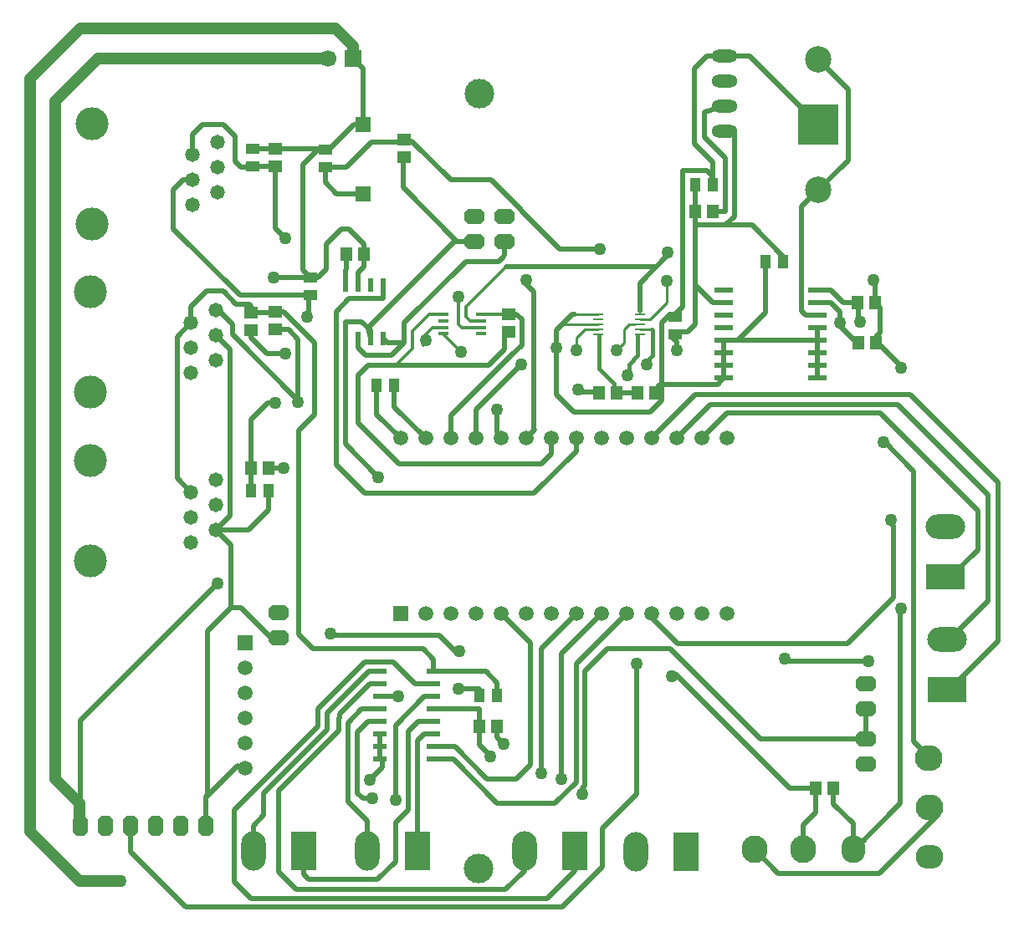
<source format=gtl>
%FSTAX25Y25*%
%MOIN*%
%SFA1B1*%

%IPPOS*%
%AMD65*
4,1,8,-0.025000,-0.030000,0.025000,-0.030000,0.040000,-0.015000,0.040000,0.015000,0.025000,0.030000,-0.025000,0.030000,-0.040000,0.015000,-0.040000,-0.015000,-0.025000,-0.030000,0.0*
%
%AMD68*
4,1,8,0.030000,-0.025000,0.030000,0.025000,0.015000,0.040000,-0.015000,0.040000,-0.030000,0.025000,-0.030000,-0.025000,-0.015000,-0.040000,0.015000,-0.040000,0.030000,-0.025000,0.0*
%
%ADD18R,0.074000X0.021000*%
%ADD19R,0.044000X0.057000*%
%ADD20R,0.047240X0.055120*%
%ADD21R,0.159840X0.159840*%
%ADD22R,0.041500X0.014000*%
%ADD23R,0.057000X0.044000*%
%ADD24R,0.055120X0.047240*%
%ADD25R,0.022000X0.057500*%
%ADD26O,0.045280X0.009840*%
%ADD27R,0.057500X0.022000*%
%ADD28R,0.062990X0.062990*%
%ADD50C,0.058000*%
%ADD55C,0.047240*%
%ADD56C,0.013780*%
%ADD57C,0.015750*%
%ADD58C,0.009840*%
%ADD59C,0.019680*%
%ADD60C,0.118110*%
%ADD61O,0.102990X0.051500*%
%ADD62O,0.110240X0.102360*%
%ADD63O,0.110240X0.094490*%
%ADD64C,0.105120*%
G04~CAMADD=65~4~0.0~0.0~800.0~600.0~0.0~150.0~0~0.0~0.0~0.0~0.0~0~0.0~0.0~0.0~0.0~0~0.0~0.0~0.0~180.0~800.0~600.0*
%ADD65D65*%
%ADD66R,0.157480X0.098430*%
%ADD67O,0.157480X0.098430*%
G04~CAMADD=68~4~0.0~0.0~800.0~600.0~0.0~150.0~0~0.0~0.0~0.0~0.0~0~0.0~0.0~0.0~0.0~0~0.0~0.0~0.0~270.0~600.0~800.0*
%ADD68D68*%
%ADD69O,0.098430X0.157480*%
%ADD70R,0.098430X0.157480*%
%ADD71O,0.102360X0.110240*%
%ADD72O,0.094490X0.110240*%
%ADD73R,0.066930X0.066930*%
%ADD74C,0.066930*%
%ADD75C,0.131000*%
%ADD76C,0.059060*%
%ADD77R,0.059060X0.059060*%
%ADD78R,0.059060X0.059060*%
%ADD79C,0.059060*%
%ADD80C,0.050000*%
%LNmulti-sensor_datalogger-1*%
%LPD*%
G54D18*
X028385Y0257D03*
Y0252D03*
Y0247D03*
Y0242D03*
Y0237D03*
Y0232D03*
Y0227D03*
Y0222D03*
X032115D03*
Y0227D03*
Y0232D03*
Y0237D03*
Y0242D03*
Y0247D03*
Y0252D03*
Y0257D03*
G54D19*
X030755Y02685D03*
X030045D03*
X027245Y0299D03*
X027955D03*
X010255Y0177D03*
X009545D03*
X014545Y0219D03*
X015255D03*
X019355Y00955D03*
X018645D03*
G54D20*
X0344043Y0252D03*
X0336957D03*
X0327543Y00585D03*
X0320457D03*
X0344543Y0236D03*
X0337457D03*
X0279543Y02885D03*
X0272457D03*
X0233957Y0216D03*
X0241043D03*
X0249457D03*
X0256543D03*
X0140543Y02715D03*
X0133457D03*
X0102543Y0186D03*
X0095457D03*
X0186457Y0083D03*
X0193543D03*
G54D21*
X03215Y0323D03*
G54D22*
X0171925Y0247339D03*
Y024478D03*
Y024222D03*
Y0239661D03*
X0187075D03*
Y024222D03*
Y024478D03*
Y0247339D03*
G54D23*
X0119Y026205D03*
Y025495D03*
X0125Y030595D03*
Y031305D03*
X02645Y023945D03*
Y024655D03*
X0096Y030645D03*
Y031355D03*
G54D24*
X00955Y0248043D03*
Y0240957D03*
X0105Y0248543D03*
Y0241457D03*
X0198Y0247543D03*
Y0240457D03*
X0105Y0306457D03*
Y0313543D03*
X01565Y0309957D03*
Y0317043D03*
G54D25*
X0148Y0259225D03*
X0143D03*
X0138D03*
X0133D03*
Y0237775D03*
X0138D03*
X0143D03*
X0148D03*
G54D26*
X0250366Y0247437D03*
Y0245469D03*
Y02435D03*
Y0241532D03*
Y0239563D03*
X0233634D03*
Y0241532D03*
Y02435D03*
Y0245469D03*
Y0247437D03*
G54D27*
X0168225Y0105D03*
Y01D03*
Y0095D03*
Y009D03*
Y0085D03*
Y008D03*
Y0075D03*
Y007D03*
X0146775D03*
Y0075D03*
Y008D03*
Y0085D03*
Y009D03*
Y0095D03*
Y01D03*
Y0105D03*
G54D28*
X014Y0295484D03*
Y0323043D03*
G54D50*
X0072Y0291D03*
X0082Y0296D03*
X0072Y0301D03*
X0082Y0306D03*
X0072Y0311D03*
X0082Y0316D03*
X00715Y0224D03*
X00815Y0229D03*
X00715Y0234D03*
X00815Y0239D03*
X00715Y0244D03*
X00815Y0249D03*
X00715Y01565D03*
X00815Y01615D03*
X00715Y01665D03*
X00815Y01715D03*
X00715Y01765D03*
X00815Y01815D03*
G54D55*
X00175Y03325D02*
X00345Y03495D01*
X00175Y0062D02*
Y03325D01*
Y0062D02*
X0027Y00525D01*
Y00215D02*
X00435D01*
X0129Y03615D02*
X0136Y03545D01*
Y03495D02*
Y03545D01*
X00275Y03615D02*
X0129D01*
X00345Y03495D02*
X0126D01*
X00075Y0041D02*
X0027Y00215D01*
X00075Y0041D02*
Y03415D01*
X00275Y03615*
X0027Y0046D02*
Y00525D01*
G54D56*
X0182875Y0244625D02*
X01855D01*
X0181Y02465D02*
X0182875Y0244625D01*
X0181Y02505D02*
X0197059Y0266559D01*
X0181Y02465D02*
Y02505D01*
X0171925Y0239575D02*
X0179Y02325D01*
X0171925Y0239575D02*
Y0239661D01*
X0164Y0235D02*
Y02385D01*
X016772Y024222*
X0171925*
X0159748Y0233748D02*
Y0240748D01*
X0154Y0228D02*
X0159748Y0233748D01*
Y0240748D02*
X0166339Y0247339D01*
X0171925*
X0178Y02435D02*
X017928Y024222D01*
X0178Y02435D02*
Y02544D01*
X017928Y024222D02*
X0187075D01*
Y0247339D02*
X0197795D01*
G54D57*
X025325Y022625D02*
Y0229D01*
X02555Y023125*
Y0241*
X02495Y0231D02*
Y0239D01*
X0246Y02275D02*
X02495Y0231D01*
X0254968Y0241532D02*
X02555Y0241D01*
X024Y02175D02*
Y0219624D01*
X0234Y0225624D02*
X024Y0219624D01*
X0234Y0225624D02*
Y0238866D01*
X0246Y0222D02*
Y02275D01*
G54D58*
X0244Y02415D02*
X0246Y02435D01*
X0244Y0236D02*
Y02415D01*
X0246Y02435D02*
X02485D01*
X022D02*
X0233634D01*
X02245Y0247437D02*
X0233634D01*
X0225Y0238D02*
X0228532Y0241532D01*
X0225Y0233D02*
Y0238D01*
X0228532Y0241532D02*
X0233634D01*
X0261Y0252D02*
Y02609D01*
X0250366Y0245469D02*
X0254469D01*
X0261Y0252*
X0233634Y0238866D02*
Y0239563D01*
X0241Y0233D02*
X0244Y0236D01*
X0250366Y0241532D02*
X0254968D01*
G54D59*
X022348Y0247437D02*
X02245D01*
X0217Y0240957D02*
X022348Y0247437D01*
X0255Y0126511D02*
X0265511Y0116D01*
X0255Y0126511D02*
Y0128D01*
X01935Y02005D02*
Y02095D01*
Y02005D02*
X01955Y01985D01*
X0195Y0198D02*
X01955Y01985D01*
X0185Y02095D02*
X0203Y02275D01*
X0185Y0198D02*
Y02095D01*
X0205Y02595D02*
X0208Y02565D01*
Y0256D02*
Y02565D01*
Y0256D02*
X0208059Y0255941D01*
Y0201941D02*
Y0255941D01*
X0205Y0261D02*
X0206Y026D01*
X0195602Y0270102D02*
X01965Y0271D01*
X0195591Y0270102D02*
X0195602D01*
X0193989Y02685D02*
X0195591Y0270102D01*
X0197059Y0266559D02*
X0255941D01*
X02565Y0266*
X0208059Y0201941D02*
X02085Y02015D01*
X0205Y0198D02*
X02085Y02015D01*
X02185Y02735D02*
X02345D01*
X0203059Y0288941D02*
X02185Y02735D01*
X0203059Y0288941D02*
Y028906D01*
X0191119Y0301D02*
X0203059Y028906D01*
X0175Y0301D02*
X0191119D01*
X00475Y0033D02*
Y00435D01*
Y0033D02*
X00695Y0011D01*
X0093989*
X009404Y0010949*
X0219449*
X02355Y0027*
Y00425*
X0249Y0056*
Y0108*
X0265511Y0116D02*
X0333D01*
X02625Y0114D02*
X02985Y0078D01*
X02375Y0114D02*
X02625D01*
X0228543Y0105043D02*
X02375Y0114D01*
X00888Y00212D02*
Y00498D01*
X0122Y0083*
X013055Y0081528D02*
Y0086311D01*
X0125712Y0081701D02*
Y0088288D01*
X01005Y0056489D02*
X0125712Y0081701D01*
X01065Y0057478D02*
X013055Y0081528D01*
X01065Y0025057D02*
Y0057478D01*
X01005Y0047654D02*
Y0056489D01*
X0122Y0083D02*
Y009D01*
X0140659Y0108659*
X0125712Y0088288D02*
X0142423Y0105D01*
X0096346Y003361D02*
Y00435D01*
X01005Y0047654*
X01308Y00882D02*
X01426Y01D01*
X01308Y0086561D02*
Y00882D01*
X013055Y0086311D02*
X01308Y0086561D01*
X0078Y00555D02*
X009Y00675D01*
X00775Y0055D02*
X0078Y00555D01*
Y0121*
X00775Y00435D02*
Y0055D01*
X00875Y01305D02*
X00915D01*
X01035Y01185*
X01065*
X0078Y0121D02*
X00875Y01305D01*
X0140659Y0108659D02*
X0151941D01*
X0142423Y0105D02*
X0146775D01*
X01426Y01D02*
X0146775D01*
X01395Y009D02*
X0146775D01*
X0134093Y0084593D02*
X01395Y009D01*
X0134093Y0053097D02*
Y0084593D01*
X0153Y00447D02*
X01581Y00498D01*
X0153Y00291D02*
Y00447D01*
X01459Y0022D02*
X0153Y00291D01*
X01065Y0025057D02*
X0113521Y0018035D01*
X0116346Y0024154D02*
Y003361D01*
Y0024154D02*
X01185Y0022D01*
X01459*
X0168225Y0105D02*
Y0109775D01*
X0189Y0105D02*
X019355Y010045D01*
X0168225Y0105D02*
X0189D01*
X02082Y0176D02*
X0225Y01928D01*
X01408Y0176D02*
X02082D01*
X01293Y01875D02*
X01408Y0176D01*
X0344543Y0236D02*
X0345195D01*
X0228543Y0059478D02*
Y0105043D01*
X02275Y0058434D02*
X0228543Y0059478D01*
X02275Y0056D02*
Y0058434D01*
X0210989Y0064416D02*
Y0113989D01*
X02191Y00622D02*
Y01121D01*
X0225Y0108D02*
X0245Y0128D01*
X0225Y0060945D02*
Y0108D01*
X01935Y00525D02*
X0216555D01*
X0206614Y00679D02*
Y0116386D01*
X0200929Y0062215D02*
X0206614Y00679D01*
X0193543Y0078757D02*
X01962Y00761D01*
X0216555Y00525D02*
X0225Y0060945D01*
X01895Y0062215D02*
X0200929D01*
X0176715Y0075D02*
X01895Y0062215D01*
X02191Y01121D02*
X0235Y0128D01*
X0210989Y0113989D02*
X0225Y0128D01*
X0186457Y0075686D02*
X0191643Y00705D01*
X0176Y007D02*
X01935Y00525D01*
X0336957Y0252D02*
X03375Y0251457D01*
Y02445D02*
Y0251457D01*
Y02445D02*
X0338D01*
X0346Y024D02*
Y0250043D01*
X0344543Y0238543D02*
X0346Y024D01*
X0344543Y0236D02*
Y0238543D01*
X0344043Y0252D02*
X0346Y0250043D01*
X03165Y0247D02*
X032115D01*
X03148Y02487D02*
X03165Y0247D01*
X03148Y02487D02*
Y0290296D01*
X0272457Y0259D02*
Y02831D01*
Y0243457D02*
Y0259D01*
X0279457Y0252*
X028385*
X00845Y0323D02*
X0089Y03185D01*
Y03085D02*
Y03185D01*
Y03085D02*
X00915Y0306D01*
X0076Y0323D02*
X00845D01*
X0072Y0319D02*
X0076Y0323D01*
X0072Y0311D02*
Y0319D01*
X00685Y0301D02*
X0072D01*
X00645Y0297D02*
X00685Y0301D01*
X00645Y02815D02*
Y0297D01*
Y02815D02*
X009105Y025495D01*
X0094793Y0251407D02*
X00955Y02507D01*
X0089582Y0251407D02*
X0094793D01*
X0084289Y02567D02*
X0089582Y0251407D01*
X00777Y02567D02*
X0084289D01*
X009105Y025495D02*
X01184D01*
X0102Y0212D02*
X0105D01*
X0095457Y0205457D02*
X0102Y0212D01*
X0095457Y0186D02*
Y0205457D01*
X0102543Y0186D02*
X01085D01*
X009305Y0306D02*
X00935Y030645D01*
X0088Y02393D02*
X011455Y021275D01*
X0083Y02485D02*
X0088Y02435D01*
Y02393D02*
Y02435D01*
X01045Y0248043D02*
X0105Y0248543D01*
X00955Y0248043D02*
X01045D01*
X01595Y03165D02*
X0175Y0301D01*
X01585Y03165D02*
X01595D01*
X0129516Y0295484D02*
X014D01*
X0125Y03D02*
X0129516Y0295484D01*
X0125Y03D02*
Y030595D01*
X0181Y02685D02*
X0193989D01*
X01565Y0244D02*
X0181Y02685D01*
X01565Y0236D02*
Y0244D01*
X01564Y0316D02*
X01579Y03175D01*
X01435Y0316D02*
X01564D01*
X013345Y030595D02*
X01435Y0316D01*
X0156Y0298D02*
Y0308D01*
Y0298D02*
X01775Y02765D01*
X0136Y03495D02*
X014Y03455D01*
Y0323043D02*
Y03455D01*
X0136543Y0323043D02*
X014D01*
X012655Y031305D02*
X0136543Y0323043D01*
X0125Y031305D02*
X012655D01*
X01645Y0095D02*
X0168225D01*
X0153Y00835D02*
X01645Y0095D01*
X0162Y0085D02*
X0168225D01*
X01581Y00811D02*
X0162Y0085D01*
X01142Y02124D02*
Y0237557D01*
X0142Y0227D02*
X0189923D01*
X0138Y0223D02*
X0142Y0227D01*
X0189923D02*
X0196461Y0233539D01*
X0175Y0207066D02*
X0198977Y0231043D01*
X01515Y0231D02*
X01565Y0236D01*
X0141Y0231D02*
X01515D01*
X0138Y0234D02*
X0141Y0231D01*
X0217Y02155D02*
Y0234173D01*
Y0240957*
X0199145Y0231043D02*
X0203315Y0235213D01*
X0198977Y0231043D02*
X0199145D01*
X0196461Y0233539D02*
Y0239062D01*
X0197856Y0240457*
X0203315Y0235213D02*
Y02454D01*
X0105Y02819D02*
X0109Y02779D01*
X0105Y02819D02*
Y0306457D01*
X0116Y0307043D02*
X01225Y0313543D01*
X0124507D02*
X0125Y031305D01*
X0105Y0313543D02*
X0124507D01*
X0116Y026505D02*
Y0307043D01*
Y026505D02*
X0119Y026205D01*
X0138Y0204237D02*
Y0223D01*
Y0204237D02*
X01545Y0187737D01*
X03263Y0252D02*
X033Y02483D01*
Y02427D02*
X03367Y0236D01*
X02615Y0271D02*
Y0272D01*
X0250366Y0259866D02*
X02615Y0271D01*
X026255Y024755D02*
X02645D01*
X026325Y02382D02*
X0265Y023645D01*
X026325Y02382D02*
X02655Y024045D01*
X026945*
X0265Y0233D02*
Y023645D01*
X026945Y024045D02*
X0272457Y0243457D01*
X02674Y025045D02*
Y03048D01*
X02645Y024755D02*
X02674Y025045D01*
X03367Y0236D02*
X0337457D01*
X0250366Y0248636D02*
Y0259866D01*
X0197795Y0247339D02*
X0198Y0247543D01*
X0138Y0234D02*
Y0237775D01*
X0149775Y0236D02*
X01565D01*
X0148Y0237775D02*
X0149775Y0236D01*
X01965Y0271D02*
Y02765D01*
X030755Y02685D02*
Y02705D01*
X029495Y02831D02*
X030755Y02705D01*
X02845Y02831D02*
X029495D01*
X0333409Y0308905D02*
Y0337095D01*
X0344Y0251957D02*
Y02595D01*
X0288Y02866D02*
Y03205D01*
X0344Y0251957D02*
X0344043Y0252D01*
X0175Y0198D02*
Y0207066D01*
X0176439Y02765D02*
X01845D01*
X0176439D02*
X01775D01*
X01184Y02474D02*
Y025495D01*
X0119*
X014197Y024203D02*
X0143Y0241D01*
X01395Y02445D02*
X014197Y024203D01*
X027955Y030225D02*
Y0307973D01*
Y0299D02*
Y030225D01*
X01782Y0098D02*
X018645D01*
X01479Y00667D02*
Y007D01*
X0108357Y0248543D02*
X01208Y02361D01*
X0105Y0248543D02*
X0108357D01*
X0066Y02385D02*
X00715Y0244D01*
X0066Y0182D02*
Y02385D01*
Y0182D02*
X00715Y01765D01*
X014197Y024203D02*
X0176439Y02765D01*
X014197Y024203D02*
X0143Y0237775D01*
X0198Y0247543D02*
X0201172D01*
X0203315Y02454*
X0279543Y02885D02*
X02844D01*
Y03098*
X02762Y0318D02*
X02844Y03098D01*
X02762Y0318D02*
Y0328D01*
X0284Y03305*
X018645Y00955D02*
Y0098D01*
X015255Y021045D02*
Y0219D01*
Y021045D02*
X0165Y0198D01*
X0277023Y03505D02*
X0284D01*
X0272023Y03455D02*
X0277023Y03505D01*
X0272023Y03155D02*
Y03455D01*
Y03155D02*
X027955Y0307973D01*
X0146775Y0095D02*
X0154D01*
X0193543Y0078757D02*
Y0083D01*
X0148Y02537D02*
Y0259225D01*
X01345Y02537D02*
X0148D01*
X01293Y02485D02*
X01345Y02537D01*
X01293Y01875D02*
Y02485D01*
X0225Y01928D02*
Y0198D01*
X0215Y01917D02*
Y0198D01*
X0211037Y0187737D02*
X0215Y01917D01*
X01545Y0187737D02*
X0211037D01*
X0197856Y0240457D02*
X0198D01*
X0105Y0241457D02*
X01103D01*
X01142Y0237557*
X0153Y00537D02*
Y00835D01*
X0224346Y00255D02*
Y003361D01*
X0213338Y0014492D02*
X0224346Y00255D01*
X0095508Y0014492D02*
X0213338D01*
X00888Y00212D02*
X0095508Y0014492D01*
X0151941Y0108659D02*
X01606Y01D01*
X0168225*
X0161846Y003361D02*
Y0077446D01*
X01644Y008*
X0168225*
X0204346Y00255D02*
Y003361D01*
X0196882Y0018035D02*
X0204346Y00255D01*
X0113521Y0018035D02*
X0196882D01*
X0133Y01957D02*
Y0237775D01*
Y01957D02*
X01461Y01826D01*
X0272457Y02831D02*
Y02885D01*
Y02831D02*
X02845D01*
X0288Y02866*
X0284Y03205D02*
X0288D01*
X030045Y024795D02*
Y02685D01*
X02895Y0237D02*
X030045Y024795D01*
X028385Y0237D02*
X02895D01*
X03215Y0296996D02*
X0333409Y0308905D01*
X03215Y0349004D02*
X0333409Y0337095D01*
X0141846Y003361D02*
Y0045344D01*
X0134093Y0053097D02*
X0141846Y0045344D01*
X01429Y00617D02*
X01479Y00667D01*
X0146775Y007D02*
X01479D01*
X01401Y00543D02*
X01437D01*
X01378Y00566D02*
X01401Y00543D01*
X01378Y00566D02*
Y00808D01*
X0142Y0085*
X0146775*
X01581Y00498D02*
Y00811D01*
X0168225Y0075D02*
X0176715D01*
X0195Y0128D02*
X0206614Y0116386D01*
X0186457Y0075686D02*
Y0083D01*
X0168225Y007D02*
X0176D01*
X032115Y0252D02*
X03263D01*
X0148Y0236D02*
Y0237775D01*
X00955Y0238D02*
Y0240957D01*
Y0238D02*
X01017Y02318D01*
X01091*
X01176Y02466D02*
X01184Y02474D01*
X010455Y026205D02*
X0119D01*
X0168225Y009D02*
X0186457D01*
Y0083D02*
Y009D01*
X0119Y026205D02*
X0122D01*
X01253Y026535*
Y02755*
X01313Y02815*
X0134543*
X0140543Y02755*
Y02715D02*
Y02755D01*
X0125Y030595D02*
X013345D01*
X0277Y03048D02*
X027955Y030225D01*
X02674Y03048D02*
X0277D01*
X019355Y00955D02*
Y010045D01*
X014545Y020755D02*
Y0219D01*
Y020755D02*
X0155Y0198D01*
X0143Y0237775D02*
Y0241D01*
X0133Y02445D02*
X01395D01*
X0133Y0237775D02*
Y02445D01*
X014Y0295484D02*
X0140016Y02955D01*
X010255Y016955D02*
Y0177D01*
X00945Y01615D02*
X010255Y016955D01*
X00815Y01615D02*
X00945D01*
X0284Y03505D02*
X0294D01*
X03215Y0323*
X00815Y01615D02*
X0087Y0167D01*
Y02335*
X00815Y0239D02*
X0087Y02335D01*
X0327543Y0052057D02*
Y00585D01*
Y0052057D02*
X0335264Y0044336D01*
X00715Y0244D02*
Y02505D01*
X00777Y02567*
X00955Y0248043D02*
Y02507D01*
X03148Y0290296D02*
X03215Y0296996D01*
X027245Y0293707D02*
Y0299D01*
Y0293707D02*
X0272457Y02937D01*
Y02885D02*
Y02937D01*
X0095457Y0181407D02*
Y0186D01*
X009545Y01814D02*
X0095457Y0181407D01*
X009545Y0177D02*
Y01814D01*
X0146775Y007D02*
Y0075D01*
Y008*
X0099207Y0313543D02*
X0105D01*
X00992Y031355D02*
X0099207Y0313543D01*
X0096Y031355D02*
X00992D01*
X0140543Y0266543D02*
Y02715D01*
X0138Y0264D02*
X0140543Y0266543D01*
X0138Y0259225D02*
Y0264D01*
X032115Y0237D02*
Y0242D01*
Y0232D02*
Y0237D01*
Y0222D02*
Y0227D01*
Y0232*
X02895Y0237D02*
X032115D01*
X028385Y0232D02*
Y0237D01*
Y0227D02*
Y0232D01*
X0133457Y0265557D02*
Y02715D01*
X0133Y02651D02*
X0133457Y0265557D01*
X0133Y0259225D02*
Y02651D01*
X00915Y0306D02*
X009305D01*
X0099207Y0306457D02*
X0105D01*
X00992Y030645D02*
X0099207Y0306457D01*
X00935Y030645D02*
X00992D01*
X03315Y0252D02*
X0336957D01*
X03265Y0257D02*
X03315Y0252D01*
X032115Y0257D02*
X03265D01*
X0320457Y0048698D02*
Y00585D01*
X0315559Y00438D02*
X0320457Y0048698D01*
X0315559Y0034083D02*
Y00438D01*
X03405Y0078D02*
Y009D01*
X028385Y0222D02*
Y0227D01*
X0308Y0109D02*
X0342D01*
X033Y02427D02*
Y0244D01*
Y02483*
X0345195Y0236D02*
X03555Y0225695D01*
X0354Y0052319D02*
Y013D01*
X0241043Y0216D02*
X0249957D01*
X0259Y0244D02*
X026255Y024755D01*
X0217Y02155D02*
X0224Y02085D01*
X0227757Y02165D02*
X0231957D01*
X0224Y02085D02*
X02545D01*
X0259Y0213*
Y0244*
X01143Y0201D02*
X01208Y02075D01*
X0164Y0114D02*
X0168225Y0109775D01*
X01208Y02075D02*
Y02361D01*
X02645Y0104D02*
X031Y00585D01*
X0320457*
X02635Y0103D02*
X02645Y0104D01*
X0263Y0103D02*
X02635D01*
X01143Y01197D02*
Y0201D01*
Y01197D02*
X012Y0114D01*
X0164*
X01275Y01195D02*
X01705D01*
X01782Y01118*
X02985Y0078D02*
X03405D01*
X0333Y0116D02*
X03515Y01345D01*
Y0163*
X03495Y0165D02*
X03515Y0163D01*
X0359559Y0076953D02*
X0368984Y0067528D01*
X0345642Y00245D02*
X0369083Y0047941D01*
X0305457Y00245D02*
X0345642D01*
X0295972Y0033984D02*
X0305457Y00245D01*
X0335264Y0033583D02*
Y0034083D01*
Y0044336*
Y0033583D02*
X0354Y0052319D01*
X02575Y02185D02*
X02585Y02195D01*
X028135D02*
X028385Y0222D01*
X02585Y02195D02*
X028135D01*
X0275Y0198D02*
X0285Y0208D01*
X0255Y0198D02*
X02725Y02155D01*
X0358*
X0278543Y0211543D02*
X0352957D01*
X0265Y0198D02*
X0278543Y0211543D01*
X0285Y0208D02*
X0346D01*
X03475Y01965D02*
Y0197D01*
X0359559Y0184941*
Y0076953D02*
Y0184941D01*
X037361Y0097654D02*
X0392941Y0116984D01*
Y0180559*
X0358Y02155D02*
X0392941Y0180559D01*
X037361Y0117654D02*
X0389Y0133043D01*
Y01755*
X0352957Y0211543D02*
X0389Y01755D01*
X0346Y0208D02*
X0385Y0169D01*
Y0153543D02*
Y0169D01*
X037411Y0142654D02*
X0385Y0153543D01*
X00815Y01615D02*
X00875Y01555D01*
Y01305D02*
Y01555D01*
X0226857Y02174D02*
X0227757Y02165D01*
X02257Y02174D02*
X0226857D01*
X00275Y00855D02*
X0082Y014D01*
X00275Y0052D02*
Y00855D01*
X0027Y0046D02*
X00275Y00455D01*
Y00435D02*
Y00455D01*
G54D60*
X01865Y03355D03*
X0186Y00265D03*
G54D61*
X0284Y03505D03*
Y03405D03*
Y03305D03*
Y03205D03*
G54D62*
X0365583Y0050941D03*
X0365484Y0070527D03*
G54D63*
X0365583Y0031236D03*
G54D64*
X03215Y0296996D03*
Y0349004D03*
G54D65*
X01065Y01285D03*
Y01185D03*
X03405Y01D03*
Y009D03*
Y0068D03*
Y0078D03*
X01845Y02865D03*
Y02765D03*
X01965Y02865D03*
Y02765D03*
G54D66*
X037261Y0097654D03*
X037211Y0142654D03*
G54D67*
X037261Y0117654D03*
X037211Y0162654D03*
G54D68*
X00375Y00435D03*
X00275D03*
X00475D03*
X00575D03*
X00675D03*
X00775D03*
G54D69*
X0096346Y003361D03*
X0248846Y003311D03*
X0204346Y003361D03*
X0141846D03*
G54D70*
X0116346Y003361D03*
X0268846Y003311D03*
X0224346Y003361D03*
X0161846D03*
G54D71*
X0295972Y0033984D03*
X0315559Y0034083D03*
G54D72*
X0335264Y0034083D03*
G54D73*
X0136Y03495D03*
G54D74*
X0126Y03495D03*
G54D75*
X0032Y02835D03*
Y03235D03*
X00315Y02165D03*
Y02565D03*
Y0149D03*
Y0189D03*
G54D76*
X0285Y0198D03*
X0275D03*
X0265D03*
X0255D03*
X0245D03*
X0235D03*
X0225D03*
X0215D03*
X0205D03*
X0195D03*
X0185D03*
X0175D03*
X0165D03*
X0285Y0128D03*
X0275D03*
X0265D03*
X0255D03*
X0245D03*
X0235D03*
X0225D03*
X0215D03*
X0205D03*
X0195D03*
X0185D03*
X0175D03*
X0165D03*
X0155Y0198D03*
G54D77*
X0155Y0128D03*
G54D78*
X0093Y01165D03*
G54D79*
X0093Y01065D03*
Y00965D03*
Y00865D03*
Y00765D03*
Y00665D03*
G54D80*
X01935Y02095D03*
X0205Y0261D03*
X02345Y02735D03*
X0249Y0108D03*
X02275Y0056D03*
X01906Y00712D03*
X0210989Y0064416D03*
X02191Y00622D03*
X01962Y00761D03*
X0338Y02445D03*
X033Y0244D03*
X01085Y0186D03*
X0105Y0212D03*
X0217Y0234173D03*
X0179Y02325D03*
X0203Y02275D03*
X0109Y02779D03*
X0165Y0237D03*
X0225Y0233D03*
X0261Y02609D03*
X02615Y0272D03*
X0178Y02544D03*
X0265Y0233D03*
X03435Y0261D03*
X01782Y0098D03*
X0154Y0095D03*
X01142Y02124D03*
X02257Y02174D03*
X0153Y00537D03*
X01461Y01826D03*
X01429Y00617D03*
X01437Y00543D03*
X01091Y02318D03*
X01176Y02466D03*
X010455Y026205D03*
X0308Y011D03*
X03415Y0109D03*
X03545Y0226D03*
Y013D03*
X0241Y0233D03*
X02455Y0223D03*
X0253Y02275D03*
X0263Y0103D03*
X0127Y012D03*
X01785Y0113D03*
X03505Y01655D03*
X03475Y01965D03*
X00435Y00215D03*
X0082Y014D03*
M02*
</source>
